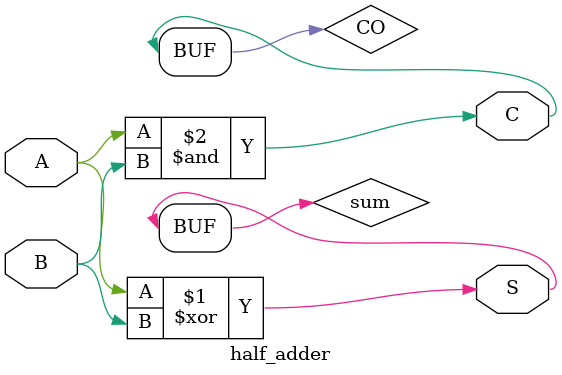
<source format=v>
/*
** half_adder.v
**
** --> Meio Somador de 1 bit
*/

module half_adder( input wire A, input wire B, output wire S, output wire C );
		// Sinais referentes aos LEDs
		wire sum = A ^ B;   // Resultado da soma
		wire CO = A & B;   // Resultado do Carry-out
	
		// Acender/apagar os LEDs
		assign S = sum;   // Resultado da soma
		assign C = CO; // Carry-out
endmodule

</source>
